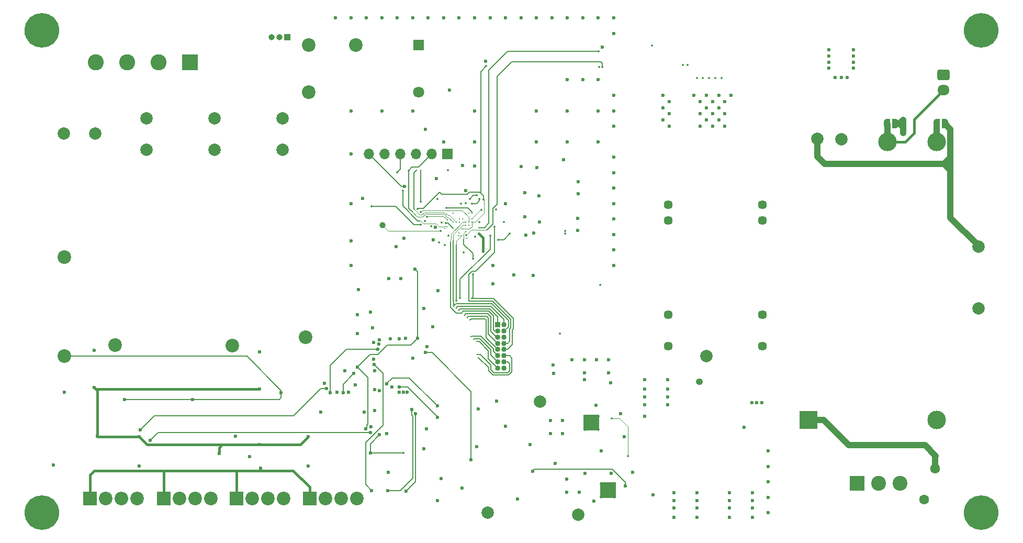
<source format=gbr>
%TF.GenerationSoftware,KiCad,Pcbnew,8.0.1*%
%TF.CreationDate,2024-06-09T19:14:09+02:00*%
%TF.ProjectId,daqIONA,64617149-4f4e-4412-9e6b-696361645f70,rev?*%
%TF.SameCoordinates,Original*%
%TF.FileFunction,Copper,L6,Bot*%
%TF.FilePolarity,Positive*%
%FSLAX46Y46*%
G04 Gerber Fmt 4.6, Leading zero omitted, Abs format (unit mm)*
G04 Created by KiCad (PCBNEW 8.0.1) date 2024-06-09 19:14:09*
%MOMM*%
%LPD*%
G01*
G04 APERTURE LIST*
G04 Aperture macros list*
%AMRoundRect*
0 Rectangle with rounded corners*
0 $1 Rounding radius*
0 $2 $3 $4 $5 $6 $7 $8 $9 X,Y pos of 4 corners*
0 Add a 4 corners polygon primitive as box body*
4,1,4,$2,$3,$4,$5,$6,$7,$8,$9,$2,$3,0*
0 Add four circle primitives for the rounded corners*
1,1,$1+$1,$2,$3*
1,1,$1+$1,$4,$5*
1,1,$1+$1,$6,$7*
1,1,$1+$1,$8,$9*
0 Add four rect primitives between the rounded corners*
20,1,$1+$1,$2,$3,$4,$5,0*
20,1,$1+$1,$4,$5,$6,$7,0*
20,1,$1+$1,$6,$7,$8,$9,0*
20,1,$1+$1,$8,$9,$2,$3,0*%
%AMFreePoly0*
4,1,19,0.500000,-0.750000,0.000000,-0.750000,0.000000,-0.744911,-0.071157,-0.744911,-0.207708,-0.704816,-0.327430,-0.627875,-0.420627,-0.520320,-0.479746,-0.390866,-0.500000,-0.250000,-0.500000,0.250000,-0.479746,0.390866,-0.420627,0.520320,-0.327430,0.627875,-0.207708,0.704816,-0.071157,0.744911,0.000000,0.744911,0.000000,0.750000,0.500000,0.750000,0.500000,-0.750000,0.500000,-0.750000,
$1*%
%AMFreePoly1*
4,1,19,0.000000,0.744911,0.071157,0.744911,0.207708,0.704816,0.327430,0.627875,0.420627,0.520320,0.479746,0.390866,0.500000,0.250000,0.500000,-0.250000,0.479746,-0.390866,0.420627,-0.520320,0.327430,-0.627875,0.207708,-0.704816,0.071157,-0.744911,0.000000,-0.744911,0.000000,-0.750000,-0.500000,-0.750000,-0.500000,0.750000,0.000000,0.750000,0.000000,0.744911,0.000000,0.744911,
$1*%
G04 Aperture macros list end*
%TA.AperFunction,ComponentPad*%
%ADD10C,2.200000*%
%TD*%
%TA.AperFunction,ComponentPad*%
%ADD11R,2.200000X2.200000*%
%TD*%
%TA.AperFunction,ComponentPad*%
%ADD12O,2.200000X2.200000*%
%TD*%
%TA.AperFunction,ComponentPad*%
%ADD13C,2.000000*%
%TD*%
%TA.AperFunction,ComponentPad*%
%ADD14C,5.600000*%
%TD*%
%TA.AperFunction,ComponentPad*%
%ADD15R,2.600000X2.600000*%
%TD*%
%TA.AperFunction,ComponentPad*%
%ADD16C,2.600000*%
%TD*%
%TA.AperFunction,ComponentPad*%
%ADD17C,1.600000*%
%TD*%
%TA.AperFunction,ComponentPad*%
%ADD18R,1.000000X1.000000*%
%TD*%
%TA.AperFunction,ComponentPad*%
%ADD19O,1.000000X1.000000*%
%TD*%
%TA.AperFunction,ComponentPad*%
%ADD20R,3.000000X3.000000*%
%TD*%
%TA.AperFunction,ComponentPad*%
%ADD21C,3.000000*%
%TD*%
%TA.AperFunction,HeatsinkPad*%
%ADD22C,0.500000*%
%TD*%
%TA.AperFunction,HeatsinkPad*%
%ADD23R,2.600000X2.600000*%
%TD*%
%TA.AperFunction,ComponentPad*%
%ADD24R,0.850000X0.850000*%
%TD*%
%TA.AperFunction,ComponentPad*%
%ADD25O,0.850000X0.850000*%
%TD*%
%TA.AperFunction,ComponentPad*%
%ADD26RoundRect,0.250000X-0.725000X0.600000X-0.725000X-0.600000X0.725000X-0.600000X0.725000X0.600000X0*%
%TD*%
%TA.AperFunction,ComponentPad*%
%ADD27O,1.950000X1.700000*%
%TD*%
%TA.AperFunction,ComponentPad*%
%ADD28R,1.700000X1.700000*%
%TD*%
%TA.AperFunction,ComponentPad*%
%ADD29O,1.700000X1.700000*%
%TD*%
%TA.AperFunction,ComponentPad*%
%ADD30C,1.447800*%
%TD*%
%TA.AperFunction,ComponentPad*%
%ADD31R,2.400000X2.400000*%
%TD*%
%TA.AperFunction,ComponentPad*%
%ADD32C,2.400000*%
%TD*%
%TA.AperFunction,ComponentPad*%
%ADD33R,1.800000X1.800000*%
%TD*%
%TA.AperFunction,ComponentPad*%
%ADD34C,1.800000*%
%TD*%
%TA.AperFunction,SMDPad,CuDef*%
%ADD35FreePoly0,0.000000*%
%TD*%
%TA.AperFunction,SMDPad,CuDef*%
%ADD36FreePoly1,0.000000*%
%TD*%
%TA.AperFunction,SMDPad,CuDef*%
%ADD37C,1.000000*%
%TD*%
%TA.AperFunction,ViaPad*%
%ADD38C,0.600000*%
%TD*%
%TA.AperFunction,ViaPad*%
%ADD39C,0.350000*%
%TD*%
%TA.AperFunction,ViaPad*%
%ADD40C,0.250000*%
%TD*%
%TA.AperFunction,Conductor*%
%ADD41C,0.100000*%
%TD*%
%TA.AperFunction,Conductor*%
%ADD42C,0.200000*%
%TD*%
%TA.AperFunction,Conductor*%
%ADD43C,1.000000*%
%TD*%
%TA.AperFunction,Conductor*%
%ADD44C,0.400000*%
%TD*%
G04 APERTURE END LIST*
D10*
%TO.P,TP8,1,1*%
%TO.N,/(2) Front End/L2_LV*%
X95440000Y-133200000D03*
%TD*%
D11*
%TO.P,J4,1,Pin_1*%
%TO.N,/(2) Front End/Ext5V*%
X72400000Y-157900000D03*
D10*
%TO.P,J4,2,Pin_2*%
%TO.N,Net-(J4-Pin_2)*%
X74940000Y-157900000D03*
D12*
%TO.P,J4,3,Pin_3*%
%TO.N,GND3*%
X77480000Y-157900000D03*
D10*
%TO.P,J4,4,Pin_4*%
%TO.N,PE*%
X80020000Y-157900000D03*
%TD*%
D13*
%TO.P,TP4,1,1*%
%TO.N,+1V1*%
X145160000Y-142220000D03*
%TD*%
D14*
%TO.P,H4,1,1*%
%TO.N,PE*%
X216600000Y-82200000D03*
%TD*%
D10*
%TO.P,TP9,1,1*%
%TO.N,/(2) Front End/L3_LV*%
X76440000Y-133100000D03*
%TD*%
D13*
%TO.P,F4,1*%
%TO.N,/(2) Front End/L3*%
X81540000Y-96460000D03*
%TO.P,F4,2*%
%TO.N,Net-(C25-Pad1)*%
X81540000Y-101540000D03*
%TD*%
%TO.P,F5,1*%
%TO.N,Net-(F5-Pad1)*%
X68100000Y-98900000D03*
%TO.P,F5,2*%
%TO.N,/(2) Front End/N*%
X73180000Y-98900000D03*
%TD*%
%TO.P,TP6,1,1*%
%TO.N,+3V3*%
X151350000Y-160520000D03*
%TD*%
D11*
%TO.P,J6,1,Pin_1*%
%TO.N,/(2) Front End/Ext5V*%
X84285000Y-157900000D03*
D10*
%TO.P,J6,2,Pin_2*%
%TO.N,Net-(J6-Pin_2)*%
X86825000Y-157900000D03*
%TO.P,J6,3,Pin_3*%
%TO.N,GND3*%
X89365000Y-157900000D03*
%TO.P,J6,4,Pin_4*%
%TO.N,PE*%
X91905000Y-157900000D03*
%TD*%
D14*
%TO.P,H3,1,1*%
%TO.N,PE*%
X216600000Y-160200000D03*
%TD*%
D10*
%TO.P,TP7,1,1*%
%TO.N,/(2) Front End/L1_LV*%
X107250000Y-131800000D03*
%TD*%
D15*
%TO.P,J3,1,Pin_1*%
%TO.N,/(2) Front End/L1*%
X88560000Y-87360000D03*
D16*
%TO.P,J3,2,Pin_2*%
%TO.N,/(2) Front End/L2*%
X83480000Y-87360000D03*
%TO.P,J3,3,Pin_3*%
%TO.N,/(2) Front End/L3*%
X78400000Y-87360000D03*
%TO.P,J3,4,Pin_4*%
%TO.N,/(2) Front End/N*%
X73320000Y-87360000D03*
%TD*%
D13*
%TO.P,F3,1*%
%TO.N,/(2) Front End/L2*%
X92540000Y-96460000D03*
%TO.P,F3,2*%
%TO.N,Net-(C23-Pad1)*%
X92540000Y-101540000D03*
%TD*%
D14*
%TO.P,H2,1,1*%
%TO.N,PE*%
X64600000Y-82200000D03*
%TD*%
D17*
%TO.P,RV1,1*%
%TO.N,Net-(J1-Pin_3)*%
X207337500Y-158080000D03*
%TO.P,RV1,2*%
%TO.N,Net-(U1-AC{slash}L)*%
X209137500Y-153080000D03*
%TD*%
D18*
%TO.P,J5,1,Pin_1*%
%TO.N,Net-(J5-Pin_1)*%
X104300000Y-83300000D03*
D19*
%TO.P,J5,2,Pin_2*%
%TO.N,Net-(J5-Pin_2)*%
X103030000Y-83300000D03*
%TO.P,J5,3,Pin_3*%
%TO.N,Net-(J5-Pin_3)*%
X101760000Y-83300000D03*
%TD*%
D20*
%TO.P,U1,1,AC/L*%
%TO.N,Net-(U1-AC{slash}L)*%
X188587500Y-145230000D03*
D21*
%TO.P,U1,2,AC/N*%
%TO.N,Net-(J1-Pin_3)*%
X209387500Y-145230000D03*
%TO.P,U1,3,-Vo*%
%TO.N,GND2*%
X209387500Y-100230000D03*
%TO.P,U1,4,+Vo*%
%TO.N,/(1) Power Supply/5V_PSU*%
X201387500Y-100230000D03*
%TD*%
D22*
%TO.P,U4,21*%
%TO.N,GND3*%
X155110000Y-157630000D03*
X157210000Y-157630000D03*
D23*
%TO.N,N/C*%
X156160000Y-156580000D03*
D22*
%TO.N,GND3*%
X155110000Y-155530000D03*
X157210000Y-155530000D03*
%TD*%
D24*
%TO.P,J13,1,Pin_1*%
%TO.N,DOUT0*%
X138350000Y-129800000D03*
D25*
%TO.P,J13,2,Pin_2*%
%TO.N,DCLK*%
X139350000Y-129800000D03*
%TO.P,J13,3,Pin_3*%
%TO.N,DOUT1*%
X138350000Y-130800000D03*
%TO.P,J13,4,Pin_4*%
%TO.N,~{DRDY}*%
X139350000Y-130800000D03*
%TO.P,J13,5,Pin_5*%
%TO.N,DOUT2*%
X138350000Y-131800000D03*
%TO.P,J13,6,Pin_6*%
%TO.N,GND3*%
X139350000Y-131800000D03*
%TO.P,J13,7,Pin_7*%
%TO.N,DOUT3*%
X138350000Y-132800000D03*
%TO.P,J13,8,Pin_8*%
%TO.N,SCLK*%
X139350000Y-132800000D03*
%TO.P,J13,9,Pin_9*%
%TO.N,DOUT4*%
X138350000Y-133800000D03*
%TO.P,J13,10,Pin_10*%
%TO.N,~{SCS}*%
X139350000Y-133800000D03*
%TO.P,J13,11,Pin_11*%
%TO.N,DOUT5*%
X138350000Y-134800000D03*
%TO.P,J13,12,Pin_12*%
%TO.N,SDI*%
X139350000Y-134800000D03*
%TO.P,J13,13,Pin_13*%
%TO.N,DOUT6*%
X138350000Y-135800000D03*
%TO.P,J13,14,Pin_14*%
%TO.N,SDO*%
X139350000Y-135800000D03*
%TO.P,J13,15,Pin_15*%
%TO.N,DOUT7*%
X138350000Y-136800000D03*
%TO.P,J13,16,Pin_16*%
%TO.N,GND3*%
X139350000Y-136800000D03*
%TD*%
D10*
%TO.P,TP11,1,1*%
%TO.N,GNDS*%
X68240000Y-134900000D03*
%TD*%
%TO.P,TP10,1,1*%
%TO.N,/(2) Front End/N_LV*%
X68240000Y-118900000D03*
%TD*%
D13*
%TO.P,C6,1*%
%TO.N,GND*%
X216100000Y-117160000D03*
%TO.P,C6,2*%
%TO.N,GND3*%
X216100000Y-127160000D03*
%TD*%
D11*
%TO.P,J7,1,Pin_1*%
%TO.N,/(2) Front End/Ext5V*%
X96100000Y-157900000D03*
D10*
%TO.P,J7,2,Pin_2*%
%TO.N,Net-(J7-Pin_2)*%
X98640000Y-157900000D03*
%TO.P,J7,3,Pin_3*%
%TO.N,GND3*%
X101180000Y-157900000D03*
%TO.P,J7,4,Pin_4*%
%TO.N,PE*%
X103720000Y-157900000D03*
%TD*%
D26*
%TO.P,J2,1,Pin_1*%
%TO.N,GND*%
X210420000Y-89380000D03*
D27*
%TO.P,J2,2,Pin_2*%
%TO.N,/(1) Power Supply/5V_PSU*%
X210420000Y-91880000D03*
%TD*%
D14*
%TO.P,H1,1,1*%
%TO.N,PE*%
X64600000Y-160200000D03*
%TD*%
D13*
%TO.P,F2,1*%
%TO.N,/(2) Front End/L1*%
X103540000Y-96460000D03*
%TO.P,F2,2*%
%TO.N,Net-(C21-Pad1)*%
X103540000Y-101540000D03*
%TD*%
%TO.P,TP5,1,1*%
%TO.N,GND3*%
X136730000Y-160180000D03*
%TD*%
D28*
%TO.P,J9,1,Pin_1*%
%TO.N,GND3*%
X130180000Y-102200000D03*
D29*
%TO.P,J9,2,Pin_2*%
%TO.N,/(4) FPGA/FPGA_TMS*%
X127640000Y-102200000D03*
%TO.P,J9,3,Pin_3*%
%TO.N,/(4) FPGA/FPGA_TDO*%
X125100000Y-102200000D03*
%TO.P,J9,4,Pin_4*%
%TO.N,/(4) FPGA/FPGA_TDI*%
X122560000Y-102200000D03*
%TO.P,J9,5,Pin_5*%
%TO.N,/(4) FPGA/FPGA_TCK*%
X120020000Y-102200000D03*
%TO.P,J9,6,Pin_6*%
%TO.N,+3V3*%
X117480000Y-102200000D03*
%TD*%
D22*
%TO.P,U3,21*%
%TO.N,GND3*%
X152465000Y-146690000D03*
X154565000Y-146690000D03*
D23*
%TO.N,N/C*%
X153515000Y-145640000D03*
D22*
%TO.N,GND3*%
X152465000Y-144590000D03*
X154565000Y-144590000D03*
%TD*%
D30*
%TO.P,U2,2,Vi-*%
%TO.N,GND*%
X165960000Y-110419601D03*
%TO.P,U2,3,Vi-*%
X165960000Y-112959601D03*
%TO.P,U2,9*%
%TO.N,N/C*%
X165960000Y-128199601D03*
%TO.P,U2,11*%
X165960000Y-133279601D03*
%TO.P,U2,14,+Vo*%
%TO.N,Net-(JP3-A)*%
X181200000Y-133279601D03*
%TO.P,U2,16,-Vo*%
%TO.N,Net-(JP4-A)*%
X181200000Y-128199601D03*
%TO.P,U2,22,Vi+*%
%TO.N,+5V*%
X181200000Y-112959601D03*
%TO.P,U2,23,Vi+*%
X181200000Y-110419601D03*
%TD*%
D11*
%TO.P,J8,1,Pin_1*%
%TO.N,/(2) Front End/Ext5V*%
X107900000Y-157900000D03*
D10*
%TO.P,J8,2,Pin_2*%
%TO.N,Net-(J8-Pin_2)*%
X110440000Y-157900000D03*
%TO.P,J8,3,Pin_3*%
%TO.N,GND3*%
X112980000Y-157900000D03*
%TO.P,J8,4,Pin_4*%
%TO.N,PE*%
X115520000Y-157900000D03*
%TD*%
D31*
%TO.P,J1,1,Pin_1*%
%TO.N,Net-(J1-Pin_1)*%
X196470000Y-155430000D03*
D32*
%TO.P,J1,2,Pin_2*%
%TO.N,PE*%
X199970000Y-155430000D03*
%TO.P,J1,3,Pin_3*%
%TO.N,Net-(J1-Pin_3)*%
X203470000Y-155430000D03*
%TD*%
D10*
%TO.P,K1,11*%
%TO.N,Net-(J5-Pin_2)*%
X115387500Y-84542500D03*
%TO.P,K1,12*%
%TO.N,Net-(J5-Pin_3)*%
X107767500Y-92162500D03*
%TO.P,K1,14*%
%TO.N,Net-(J5-Pin_1)*%
X107767500Y-84542500D03*
D33*
%TO.P,K1,A1*%
%TO.N,+5VA*%
X125547500Y-84542500D03*
D34*
%TO.P,K1,A2*%
%TO.N,Net-(D7-A)*%
X125547500Y-92162500D03*
%TD*%
D35*
%TO.P,JP2,1,A*%
%TO.N,GND2*%
X209387500Y-97280000D03*
D36*
%TO.P,JP2,2,B*%
%TO.N,GND*%
X210687500Y-97280000D03*
%TD*%
D13*
%TO.P,TP2,1,1*%
%TO.N,GND*%
X190087500Y-99730000D03*
%TD*%
D35*
%TO.P,JP1,1,A*%
%TO.N,/(1) Power Supply/5V_PSU*%
X201337500Y-97280000D03*
D36*
%TO.P,JP1,2,B*%
%TO.N,Net-(JP1-B)*%
X202637500Y-97280000D03*
%TD*%
D37*
%TO.P,TP14,1,1*%
%TO.N,Net-(U13C-GPIOL_21_NSTATUS)*%
X119710000Y-113720000D03*
%TD*%
D13*
%TO.P,TP3,1,1*%
%TO.N,Net-(D2-A)*%
X172100000Y-134880000D03*
%TD*%
%TO.P,TP1,1,1*%
%TO.N,Net-(D1-A)*%
X193987500Y-99780000D03*
%TD*%
D38*
%TO.N,GND3*%
X156600000Y-139200000D03*
X147600000Y-152200000D03*
X143600000Y-149200000D03*
X139600000Y-146200000D03*
X132600000Y-156200000D03*
X128600000Y-158200000D03*
X113600000Y-137200000D03*
X115600000Y-131200000D03*
X115600000Y-128200000D03*
X114600000Y-120200000D03*
X114600000Y-116200000D03*
X114600000Y-110200000D03*
X114600000Y-102200000D03*
X126600000Y-98200000D03*
X137600000Y-120200000D03*
X137600000Y-123200000D03*
X124600000Y-135200000D03*
X139600000Y-110200000D03*
X149600000Y-100200000D03*
X144600000Y-100200000D03*
X144600000Y-95200000D03*
X134600000Y-95200000D03*
X134600000Y-100200000D03*
X129600000Y-100200000D03*
X124600000Y-95200000D03*
X119600000Y-95200000D03*
X114600000Y-95200000D03*
X154600000Y-100200000D03*
X154600000Y-95200000D03*
X149600000Y-95200000D03*
X149600000Y-90200000D03*
X152100000Y-90200000D03*
X154600000Y-90200000D03*
X182100000Y-150200000D03*
X182100000Y-152700000D03*
X182100000Y-157700000D03*
X182100000Y-155200000D03*
X182100000Y-160200000D03*
X157100000Y-120200000D03*
X157100000Y-117700000D03*
X157100000Y-115200000D03*
X157100000Y-112700000D03*
X157100000Y-110200000D03*
X157100000Y-107700000D03*
X157100000Y-105200000D03*
X157100000Y-102700000D03*
X157100000Y-97700000D03*
X157100000Y-95200000D03*
X157100000Y-92700000D03*
X157100000Y-82700000D03*
X157100000Y-80200000D03*
X112100000Y-80200000D03*
X114600000Y-80200000D03*
X117100000Y-80200000D03*
X119600000Y-80200000D03*
X122100000Y-80200000D03*
X124600000Y-80200000D03*
X127100000Y-80200000D03*
X132100000Y-80200000D03*
X129600000Y-80200000D03*
X134600000Y-80200000D03*
X137100000Y-80200000D03*
X142100000Y-80200000D03*
X139600000Y-80200000D03*
X144600000Y-80200000D03*
X149600000Y-80200000D03*
X147100000Y-80200000D03*
X152100000Y-80200000D03*
X154600000Y-80200000D03*
D39*
%TO.N,GND*%
X172545000Y-89880000D03*
D38*
X171100000Y-97700000D03*
X195920000Y-85330000D03*
X175100000Y-93700000D03*
D39*
X171545000Y-89880000D03*
D38*
X195920000Y-87330000D03*
X192920000Y-89830000D03*
X166100000Y-95700000D03*
X172100000Y-94700000D03*
X191920000Y-88330000D03*
D39*
X170545000Y-89880000D03*
D38*
X191920000Y-86330000D03*
X174100000Y-92700000D03*
X174100000Y-94700000D03*
X176100000Y-92700000D03*
X166100000Y-93700000D03*
X195920000Y-86330000D03*
X165100000Y-92700000D03*
X174100000Y-96700000D03*
X175100000Y-97700000D03*
X173100000Y-95700000D03*
X165100000Y-94700000D03*
D39*
X174545000Y-89880000D03*
D38*
X166100000Y-97700000D03*
X173100000Y-93700000D03*
X175100000Y-95700000D03*
X171100000Y-95700000D03*
X173100000Y-97700000D03*
X193920000Y-89830000D03*
X170100000Y-92700000D03*
X172100000Y-92700000D03*
X195920000Y-88330000D03*
D39*
X169060000Y-87800000D03*
X168330000Y-87760000D03*
D38*
X191920000Y-85330000D03*
X172100000Y-96700000D03*
X194920000Y-89830000D03*
X171100000Y-93700000D03*
D39*
X163340000Y-84640000D03*
X173545000Y-89880000D03*
D38*
X191920000Y-87330000D03*
X165100000Y-96700000D03*
%TO.N,Net-(D2-A)*%
X170950000Y-139000000D03*
%TO.N,GND3*%
X119200000Y-140420000D03*
X175850000Y-156950000D03*
X136340000Y-87190000D03*
X66450000Y-152450000D03*
X166850000Y-159450000D03*
D40*
X133322284Y-115840455D03*
D38*
X118300000Y-132650000D03*
X144075000Y-121797500D03*
X123062500Y-140700000D03*
X99790000Y-134200000D03*
X119200000Y-132200000D03*
X165850000Y-142700000D03*
X179440000Y-142430000D03*
X175850000Y-158200000D03*
X181100000Y-142430000D03*
X151290000Y-114530000D03*
X118410000Y-140270000D03*
D39*
X130300000Y-104810000D03*
D38*
X162100000Y-141450000D03*
X178210000Y-146420000D03*
X152380000Y-135470000D03*
X165850000Y-141450000D03*
X95900000Y-147850000D03*
X68250000Y-140700000D03*
X110340000Y-139240000D03*
X160130000Y-153680000D03*
X127950000Y-116030000D03*
D40*
X133650000Y-111720000D03*
D39*
X127567021Y-113860000D03*
D38*
X130500000Y-91830000D03*
X135200000Y-143450000D03*
X179600000Y-159450000D03*
X114190000Y-140710000D03*
X141560000Y-158000000D03*
X121900000Y-117200000D03*
X151320000Y-112590000D03*
D39*
X154739997Y-88090000D03*
D38*
X127840000Y-130140000D03*
X123390045Y-132009955D03*
X119067718Y-132956806D03*
X118100000Y-130330000D03*
X120962500Y-132100000D03*
X132650000Y-104080000D03*
X144190000Y-114990000D03*
X122412500Y-132050000D03*
X118440000Y-143690000D03*
D40*
X132150000Y-112720000D03*
D38*
X126400000Y-127200000D03*
D39*
X130335000Y-115427191D03*
D38*
X80300000Y-152680000D03*
X121200000Y-139870000D03*
X123190000Y-115840000D03*
X179600000Y-156950000D03*
X154235000Y-142820000D03*
X166850000Y-160950000D03*
X156660000Y-153790000D03*
X162100000Y-138700000D03*
X116750000Y-143900000D03*
X118462500Y-137200000D03*
X151350000Y-108650000D03*
X154340000Y-135460000D03*
X122700000Y-122300000D03*
X175850000Y-160950000D03*
X179600000Y-158200000D03*
X134950000Y-149550000D03*
X98200000Y-151150000D03*
X148860000Y-147400000D03*
X162100000Y-140200000D03*
X120700000Y-122300000D03*
D40*
X132094841Y-114990044D03*
D38*
X175850000Y-159450000D03*
X115330000Y-139550000D03*
D39*
X154901250Y-123320000D03*
D38*
X123712500Y-140700000D03*
X179600000Y-160950000D03*
X73090000Y-133962500D03*
X166850000Y-158200000D03*
X145100000Y-113210000D03*
X163500000Y-157340000D03*
X109750000Y-143900000D03*
X117840000Y-146280000D03*
X156290000Y-135480000D03*
X170600000Y-158200000D03*
X129212500Y-154700000D03*
D39*
X132360000Y-110240000D03*
D38*
X162100000Y-142700000D03*
X170600000Y-159450000D03*
X152470000Y-153810000D03*
X117750000Y-127750000D03*
X158200000Y-144210000D03*
X149530000Y-154790000D03*
X165850000Y-138700000D03*
X180230000Y-142430000D03*
X134620000Y-104090000D03*
X170600000Y-160950000D03*
X145000000Y-108940000D03*
X144650000Y-104410000D03*
X107700000Y-152680000D03*
X155248750Y-84950000D03*
D40*
X129798332Y-114212858D03*
D38*
X170600000Y-156950000D03*
X166850000Y-156950000D03*
X152375000Y-138650000D03*
D39*
X134701455Y-115579007D03*
D38*
X150390000Y-135470000D03*
X128650000Y-124256250D03*
X120600000Y-153650000D03*
X151370000Y-106690000D03*
X118250000Y-135400000D03*
X122412500Y-140700000D03*
X120362500Y-147400000D03*
X112300000Y-140710000D03*
X147290000Y-136340000D03*
D40*
X131150000Y-111720000D03*
D38*
X146890000Y-147420000D03*
X126860000Y-133340000D03*
X165850000Y-140200000D03*
X128385000Y-106127024D03*
%TO.N,+5VA*%
X73552500Y-147850000D03*
X80300000Y-147920000D03*
X162120000Y-144620000D03*
X93250000Y-150625000D03*
X107700000Y-147920000D03*
X99790000Y-140200000D03*
X99825000Y-149200000D03*
X158855000Y-147885000D03*
X73090000Y-139962500D03*
X138180000Y-142150000D03*
D40*
%TO.N,+1V1*%
X131971359Y-115424984D03*
D38*
X133130000Y-108130000D03*
D39*
X133150000Y-110150000D03*
D40*
X132150000Y-113220000D03*
D38*
X128220000Y-114060000D03*
X146900000Y-145310000D03*
X148850000Y-145310000D03*
D40*
X132650000Y-112720000D03*
D38*
X148990000Y-103090000D03*
D39*
%TO.N,+3V3*%
X135260000Y-115020000D03*
D38*
X115800000Y-124150000D03*
X126840000Y-146660000D03*
X156290000Y-137567500D03*
D39*
X128620000Y-109480000D03*
D38*
X142700000Y-112340000D03*
X142900000Y-115340000D03*
D39*
X148391250Y-131232500D03*
X130050000Y-110910000D03*
D38*
X116450000Y-109400000D03*
X147380000Y-137660000D03*
D39*
X129960000Y-113330000D03*
D38*
X126430000Y-149860000D03*
X123275000Y-107450000D03*
X142730000Y-108430000D03*
X151510000Y-156900000D03*
X155050000Y-150150000D03*
X152370000Y-137567500D03*
D40*
X134150000Y-111720000D03*
D38*
X149540000Y-156920000D03*
D40*
X131150000Y-114210000D03*
D38*
X142110000Y-104230000D03*
D39*
X135990000Y-117960000D03*
D38*
X153940000Y-158290000D03*
X140962500Y-121700000D03*
%TO.N,VREF*%
X128562500Y-144750000D03*
X122395837Y-139900171D03*
%TO.N,AVDD*%
X128550000Y-142900000D03*
X115050000Y-137700000D03*
X120400000Y-139320000D03*
X113350000Y-140750000D03*
%TO.N,GNDS*%
X77950000Y-141850000D03*
X88950000Y-141850000D03*
X103260000Y-140750000D03*
%TO.N,IODD*%
X117750000Y-150550000D03*
X117021638Y-146600000D03*
X125400000Y-131994933D03*
X115650000Y-136650000D03*
X119209648Y-147600000D03*
X124962500Y-120825000D03*
D39*
X123120000Y-150550000D03*
D38*
%TO.N,Net-(U11-REGCAPB)*%
X111250000Y-140750000D03*
X118918299Y-133742731D03*
%TO.N,/(2) Front End/Ext5V*%
X99950000Y-153000000D03*
D39*
%TO.N,/(4) FPGA/VCCA*%
X129760000Y-116890000D03*
X149240000Y-114630000D03*
X149240000Y-115080000D03*
%TO.N,/(4) FPGA/FPGA_TMS*%
X123929124Y-104850876D03*
D40*
X131150000Y-113220000D03*
%TO.N,/(4) FPGA/FPGA_TCK*%
X131660000Y-113220000D03*
X125207322Y-104788364D03*
%TO.N,/(4) FPGA/FPGA_TDI*%
X130140000Y-113920000D03*
D39*
X122070000Y-105170000D03*
X123010979Y-108071226D03*
D40*
%TO.N,/(4) FPGA/FPGA_TDO*%
X125860000Y-104840000D03*
X130219834Y-112820166D03*
D39*
X126880000Y-112360000D03*
X125870000Y-109870000D03*
D40*
%TO.N,SCLK*%
X133700000Y-125975000D03*
X134150000Y-113220000D03*
D39*
X137840000Y-113980000D03*
X136485000Y-87955000D03*
X136035000Y-109590000D03*
X125341041Y-111035000D03*
D40*
X132566817Y-114303008D03*
D38*
%TO.N,I2_sense*%
X117762500Y-147200000D03*
X82100000Y-148500000D03*
%TO.N,I1_sense*%
X80500000Y-146800000D03*
X110600000Y-140100000D03*
%TO.N,Net-(JP14-C)*%
X118303215Y-136198231D03*
X117950000Y-156650000D03*
%TO.N,/(3) ADC/MODE0*%
X124400000Y-143500000D03*
X120550000Y-156650000D03*
%TO.N,Net-(U11-~{RESET})*%
X134050000Y-151600000D03*
X126620000Y-134300000D03*
%TO.N,/(3) ADC/MODE1*%
X123550000Y-156700000D03*
X125000000Y-144185997D03*
%TO.N,/(1) Power Supply/PG*%
X158971416Y-155850559D03*
X143990000Y-153480000D03*
D39*
%TO.N,/(1) Power Supply/PWR_EN*%
X159440000Y-151050000D03*
X156800000Y-144940000D03*
%TO.N,Net-(U13C-GPIOL_21_NSTATUS)*%
X129070000Y-114617198D03*
D40*
%TO.N,DOUT5*%
X134025000Y-131750000D03*
%TO.N,DCLK*%
X131625000Y-127150000D03*
D39*
X131673932Y-125925000D03*
D40*
X132420000Y-115390000D03*
D39*
%TO.N,SDO*%
X132800000Y-118110000D03*
D40*
X135050000Y-134600000D03*
%TO.N,DOUT2*%
X132950000Y-128250000D03*
%TO.N,DOUT0*%
X132050000Y-127500000D03*
D39*
X132250000Y-125470000D03*
X137100165Y-115369835D03*
D40*
%TO.N,~{DRDY}*%
X131200000Y-126850000D03*
X133167253Y-113702747D03*
%TO.N,DOUT1*%
X133150000Y-113220000D03*
X132500000Y-127900000D03*
%TO.N,DOUT3*%
X133400000Y-128700000D03*
%TO.N,DOUT4*%
X133850000Y-129050000D03*
D39*
%TO.N,~{SCS}*%
X134350000Y-121650000D03*
X134339124Y-119149124D03*
D40*
X134125000Y-125550000D03*
X133150000Y-114720000D03*
D39*
%TO.N,SDI*%
X128830000Y-116510000D03*
X125888021Y-111581979D03*
D40*
X135200000Y-135100000D03*
X133650000Y-113220000D03*
%TO.N,DOUT7*%
X134950000Y-132500000D03*
%TO.N,DOUT6*%
X134450000Y-132150000D03*
D39*
%TO.N,/(4) FPGA/FPGA_SS*%
X135400000Y-113210000D03*
X126521041Y-113010000D03*
X129240000Y-113260000D03*
X125870000Y-113640000D03*
X117900000Y-110690000D03*
%TO.N,/(4) FPGA/FPGA~{LD1}*%
X134150000Y-110200000D03*
X135400000Y-109440000D03*
%TO.N,/(4) FPGA/FPGA~{LD2}*%
X133853149Y-109435000D03*
X134930000Y-108900000D03*
%TO.N,/(4) FPGA/CDONE*%
X139360000Y-113205000D03*
D40*
X134150000Y-112720000D03*
D39*
X135710000Y-111230000D03*
X138050000Y-111160000D03*
D38*
%TO.N,Net-(JP1-B)*%
X203937500Y-97380000D03*
X203937500Y-98080000D03*
X203937500Y-98780000D03*
X203937500Y-96680000D03*
D39*
%TO.N,/(4) FPGA/MOSI*%
X155290000Y-88090000D03*
X133255000Y-115345000D03*
D40*
X133650000Y-113720000D03*
D39*
%TO.N,/(4) FPGA/CS*%
X140250000Y-115080000D03*
X138445000Y-116030000D03*
%TO.N,/(4) FPGA/MISO*%
X154640000Y-85550000D03*
D40*
X135295000Y-114095000D03*
%TD*%
D41*
%TO.N,SCLK*%
X133766992Y-114303008D02*
X134150000Y-113920000D01*
X134150000Y-113920000D02*
X134150000Y-113220000D01*
X132566817Y-114303008D02*
X133766992Y-114303008D01*
%TO.N,~{DRDY}*%
X131090000Y-115249669D02*
X131090000Y-116140000D01*
X132636922Y-113702747D02*
X131090000Y-115249669D01*
X133167253Y-113702747D02*
X132636922Y-113702747D01*
%TO.N,DOUT1*%
X130760000Y-115975025D02*
X130760000Y-115155405D01*
X130760000Y-115155405D02*
X132695405Y-113220000D01*
X132695405Y-113220000D02*
X133150000Y-113220000D01*
X130690000Y-116045025D02*
X130760000Y-115975025D01*
X130690000Y-116370000D02*
X130690000Y-116045025D01*
D42*
%TO.N,AVDD*%
X124050000Y-138400000D02*
X128550000Y-142900000D01*
X121290000Y-138400000D02*
X124050000Y-138400000D01*
X120400000Y-139290000D02*
X121290000Y-138400000D01*
X120400000Y-139320000D02*
X120400000Y-139290000D01*
D41*
%TO.N,SDI*%
X133650000Y-112380000D02*
X133650000Y-113220000D01*
X132605000Y-111335000D02*
X133650000Y-112380000D01*
X125888021Y-111581979D02*
X126135000Y-111335000D01*
X126135000Y-111335000D02*
X132605000Y-111335000D01*
D43*
%TO.N,GND*%
X216100000Y-117040000D02*
X211587500Y-112527500D01*
X210587500Y-103780000D02*
X211487500Y-102880000D01*
X211587500Y-104780000D02*
X211587500Y-104820000D01*
X210587500Y-103780000D02*
X211587500Y-104780000D01*
X211487500Y-102830000D02*
X211587500Y-102730000D01*
X211587500Y-104820000D02*
X211587500Y-98180000D01*
X211587500Y-102730000D02*
X211587500Y-98180000D01*
X191237500Y-103780000D02*
X210587500Y-103780000D01*
X190087500Y-102630000D02*
X191237500Y-103780000D01*
X211487500Y-102880000D02*
X211487500Y-102830000D01*
X190087500Y-99730000D02*
X190087500Y-102630000D01*
X211587500Y-112527500D02*
X211587500Y-104820000D01*
X216100000Y-117160000D02*
X216100000Y-117040000D01*
X211587500Y-98180000D02*
X210687500Y-97280000D01*
%TO.N,Net-(D2-A)*%
X170950000Y-139000000D02*
X170970000Y-138980000D01*
D44*
%TO.N,+5VA*%
X73327500Y-140200000D02*
X73090000Y-139962500D01*
X93725000Y-149200000D02*
X93275000Y-149650000D01*
X99790000Y-140200000D02*
X73327500Y-140200000D01*
X93725000Y-149200000D02*
X99825000Y-149200000D01*
X93275000Y-150600000D02*
X93250000Y-150625000D01*
X106420000Y-149200000D02*
X107700000Y-147920000D01*
X73552500Y-140425000D02*
X73090000Y-139962500D01*
X73622500Y-147920000D02*
X73552500Y-147850000D01*
X80300000Y-147920000D02*
X73622500Y-147920000D01*
X99825000Y-149200000D02*
X106420000Y-149200000D01*
X73552500Y-147850000D02*
X73552500Y-140425000D01*
X80300000Y-147920000D02*
X81580000Y-149200000D01*
X81580000Y-149200000D02*
X93725000Y-149200000D01*
X93275000Y-149650000D02*
X93275000Y-150600000D01*
D42*
%TO.N,+3V3*%
X123275000Y-107450000D02*
X122730000Y-107450000D01*
X131150000Y-114210000D02*
X130270000Y-113330000D01*
X134150000Y-111720000D02*
X134150000Y-111578579D01*
D44*
X135990000Y-115750000D02*
X135260000Y-115020000D01*
D42*
X122730000Y-107450000D02*
X117480000Y-102200000D01*
D44*
X135990000Y-117960000D02*
X135990000Y-115750000D01*
D42*
X134150000Y-111578579D02*
X133481421Y-110910000D01*
X130270000Y-113330000D02*
X129960000Y-113330000D01*
X123275000Y-107445000D02*
X123275000Y-107450000D01*
X133481421Y-110910000D02*
X130050000Y-110910000D01*
%TO.N,VREF*%
X122396008Y-139900000D02*
X123761029Y-139900000D01*
X123761029Y-139900000D02*
X128562500Y-144701471D01*
X122395837Y-139900171D02*
X122396008Y-139900000D01*
X128562500Y-144701471D02*
X128562500Y-144750000D01*
%TO.N,AVDD*%
X115050000Y-137700000D02*
X113350000Y-139400000D01*
X113350000Y-139400000D02*
X113350000Y-140750000D01*
%TO.N,GNDS*%
X70170000Y-134900000D02*
X68240000Y-134900000D01*
X67650000Y-135740000D02*
X68240000Y-135150000D01*
X103260000Y-141570000D02*
X102980000Y-141850000D01*
X70390000Y-134900000D02*
X68240000Y-134900000D01*
X70760000Y-134900000D02*
X70390000Y-134900000D01*
X103260000Y-140420000D02*
X97740000Y-134900000D01*
X97740000Y-134900000D02*
X70760000Y-134900000D01*
X70670000Y-134900000D02*
X70760000Y-134900000D01*
X77950000Y-141850000D02*
X102980000Y-141850000D01*
X103260000Y-140750000D02*
X103260000Y-141570000D01*
X103260000Y-141570000D02*
X103260000Y-140420000D01*
%TO.N,IODD*%
X117021638Y-146600000D02*
X117162500Y-146459138D01*
X118900000Y-134650000D02*
X117650000Y-134650000D01*
X117350000Y-145863971D02*
X117350000Y-138350000D01*
X125400000Y-131994933D02*
X124294933Y-133100000D01*
X124962500Y-120825000D02*
X125400000Y-121262500D01*
X123120000Y-150550000D02*
X117750000Y-150550000D01*
X117350000Y-138350000D02*
X115650000Y-136650000D01*
X117650000Y-134650000D02*
X115650000Y-136650000D01*
X117750000Y-150550000D02*
X117750000Y-149059648D01*
X117162500Y-146459138D02*
X117162500Y-146051471D01*
X125400000Y-121262500D02*
X125400000Y-131994933D01*
X120450000Y-133100000D02*
X118900000Y-134650000D01*
X117162500Y-146051471D02*
X117350000Y-145863971D01*
X117750000Y-149059648D02*
X119209648Y-147600000D01*
X124294933Y-133100000D02*
X120450000Y-133100000D01*
%TO.N,Net-(U11-REGCAPB)*%
X118911030Y-133750000D02*
X118918299Y-133742731D01*
X111250000Y-140750000D02*
X111250000Y-136350000D01*
X111250000Y-136350000D02*
X113850000Y-133750000D01*
X113850000Y-133750000D02*
X118911030Y-133750000D01*
X118918299Y-133742731D02*
X118811030Y-133850000D01*
X118811030Y-133850000D02*
X118762500Y-133850000D01*
D44*
%TO.N,/(2) Front End/Ext5V*%
X84250000Y-153380000D02*
X96150000Y-153380000D01*
X96100000Y-157900000D02*
X96100000Y-153430000D01*
X99950000Y-153000000D02*
X99950000Y-153380000D01*
X107900000Y-157900000D02*
X107900000Y-156050000D01*
X72400000Y-154050000D02*
X73070000Y-153380000D01*
X84285000Y-157900000D02*
X84285000Y-153415000D01*
X105230000Y-153380000D02*
X99950000Y-153380000D01*
X99950000Y-153380000D02*
X96150000Y-153380000D01*
X96100000Y-153430000D02*
X96150000Y-153380000D01*
X107900000Y-156050000D02*
X105230000Y-153380000D01*
X84285000Y-153415000D02*
X84250000Y-153380000D01*
X72400000Y-157900000D02*
X72400000Y-154050000D01*
X73070000Y-153380000D02*
X84250000Y-153380000D01*
%TO.N,PE*%
X64600000Y-160200000D02*
X61950000Y-160200000D01*
X61950000Y-82800000D02*
X64600000Y-82800000D01*
X64600000Y-160200000D02*
X66200000Y-161800000D01*
D42*
%TO.N,/(4) FPGA/FPGA_TMS*%
X125500000Y-104340000D02*
X127640000Y-102200000D01*
X123929124Y-104850876D02*
X123929124Y-110949124D01*
X124440000Y-104340000D02*
X125500000Y-104340000D01*
D41*
X126560305Y-111935000D02*
X129660405Y-111935000D01*
X129660405Y-111935000D02*
X130120405Y-112395000D01*
D42*
X123929124Y-110949124D02*
X124570000Y-111590000D01*
D41*
X124570000Y-111600000D02*
X125276979Y-112306979D01*
X130120405Y-112395000D02*
X130325000Y-112395000D01*
X130325000Y-112395000D02*
X131150000Y-113220000D01*
D42*
X123929124Y-104850876D02*
X124440000Y-104340000D01*
X124570000Y-111590000D02*
X124570000Y-111600000D01*
D41*
X126188326Y-112306979D02*
X126560305Y-111935000D01*
X125276979Y-112306979D02*
X126188326Y-112306979D01*
D42*
%TO.N,/(4) FPGA/FPGA_TCK*%
X124790000Y-111085000D02*
X124870000Y-111165000D01*
D41*
X126064062Y-112006979D02*
X126436041Y-111635000D01*
D42*
X125207322Y-104788364D02*
X124790000Y-105205686D01*
D41*
X126436041Y-111635000D02*
X129784669Y-111635000D01*
X124870000Y-111165000D02*
X125711979Y-112006979D01*
X130244669Y-112095000D02*
X130555331Y-112095000D01*
X131660000Y-113199669D02*
X131660000Y-113220000D01*
X125711979Y-112006979D02*
X126064062Y-112006979D01*
D42*
X124790000Y-105205686D02*
X124790000Y-111085000D01*
D41*
X130555331Y-112095000D02*
X131660000Y-113199669D01*
X129784669Y-111635000D02*
X130244669Y-112095000D01*
D42*
%TO.N,/(4) FPGA/FPGA_TDI*%
X122560000Y-104680000D02*
X122560000Y-102200000D01*
D41*
X128770000Y-113870000D02*
X128770000Y-113832182D01*
X129540859Y-113940000D02*
X128840000Y-113940000D01*
X130140000Y-113920000D02*
X130057858Y-113837858D01*
D42*
X123010979Y-108071226D02*
X123010979Y-110606664D01*
D41*
X129643001Y-113837858D02*
X129540859Y-113940000D01*
D42*
X122070000Y-105170000D02*
X122560000Y-104680000D01*
X123010979Y-110606664D02*
X125414315Y-113010000D01*
D41*
X125841041Y-113010000D02*
X125790000Y-113010000D01*
X128840000Y-113940000D02*
X128770000Y-113870000D01*
X126266041Y-113435000D02*
X125841041Y-113010000D01*
X130057858Y-113837858D02*
X129643001Y-113837858D01*
X128770000Y-113832182D02*
X128372818Y-113435000D01*
X128372818Y-113435000D02*
X126266041Y-113435000D01*
D42*
X125414315Y-113010000D02*
X125790000Y-113010000D01*
D41*
%TO.N,/(4) FPGA/FPGA_TDO*%
X126880000Y-112310000D02*
X126955000Y-112235000D01*
X126955000Y-112235000D02*
X129536141Y-112235000D01*
X129996141Y-112695000D02*
X130094668Y-112695000D01*
D42*
X125860000Y-109860000D02*
X125870000Y-109870000D01*
X125860000Y-104840000D02*
X125860000Y-109860000D01*
D41*
X129536141Y-112235000D02*
X129996141Y-112695000D01*
X130094668Y-112695000D02*
X130219834Y-112820166D01*
D43*
%TO.N,GND2*%
X209387500Y-100230000D02*
X209637500Y-100230000D01*
X209387500Y-100230000D02*
X209387500Y-97280000D01*
D42*
%TO.N,SCLK*%
X125341041Y-111035000D02*
X125391041Y-110985000D01*
X135390000Y-108350000D02*
X135590000Y-108550000D01*
X140475000Y-128930885D02*
X140475000Y-130265990D01*
X137519115Y-125975000D02*
X140475000Y-128930885D01*
X136035000Y-109515000D02*
X136035000Y-108995000D01*
X125391041Y-110985000D02*
X126285000Y-110985000D01*
X126285000Y-110985000D02*
X128920000Y-108350000D01*
X140300000Y-130440990D02*
X140300000Y-132400000D01*
X128920000Y-108350000D02*
X129300000Y-108730000D01*
X133700000Y-125975000D02*
X137519115Y-125975000D01*
X133758529Y-108350000D02*
X135390000Y-108350000D01*
X136110000Y-109590000D02*
X136035000Y-109515000D01*
D41*
X136160000Y-111740331D02*
X134680331Y-113220000D01*
D42*
X134765000Y-121175000D02*
X134153248Y-121175000D01*
X140475000Y-130265990D02*
X140300000Y-130440990D01*
X137840000Y-118100000D02*
X134765000Y-121175000D01*
X136485000Y-87955000D02*
X135590000Y-88850000D01*
X129300000Y-108730000D02*
X133378529Y-108730000D01*
D41*
X136110000Y-109590000D02*
X136035000Y-109590000D01*
D42*
X136035000Y-108995000D02*
X135590000Y-108550000D01*
X134153248Y-121175000D02*
X133700000Y-121628248D01*
X133700000Y-121628248D02*
X133700000Y-125975000D01*
X135590000Y-88850000D02*
X135590000Y-108550000D01*
X133378529Y-108730000D02*
X133758529Y-108350000D01*
D41*
X136160000Y-109715000D02*
X136160000Y-111740331D01*
X136035000Y-109590000D02*
X136160000Y-109715000D01*
D42*
X140300000Y-132400000D02*
X139900000Y-132800000D01*
X139900000Y-132800000D02*
X139350000Y-132800000D01*
D41*
X134680331Y-113220000D02*
X134150000Y-113220000D01*
D42*
X137840000Y-113980000D02*
X137840000Y-118100000D01*
D43*
%TO.N,Net-(U1-AC{slash}L)*%
X195100000Y-149280000D02*
X207470000Y-149280000D01*
X207470000Y-149280000D02*
X209187500Y-150997500D01*
X209137500Y-151080000D02*
X209137500Y-153080000D01*
X188587500Y-145880000D02*
X188587500Y-145230000D01*
X188587500Y-145230000D02*
X191050000Y-145230000D01*
X191050000Y-145230000D02*
X195100000Y-149280000D01*
D42*
%TO.N,I2_sense*%
X117762500Y-147200000D02*
X83400000Y-147200000D01*
X83400000Y-147200000D02*
X82100000Y-148500000D01*
%TO.N,I1_sense*%
X109700000Y-140100000D02*
X110600000Y-140100000D01*
X80500000Y-146800000D02*
X82800000Y-144500000D01*
X105300000Y-144500000D02*
X109700000Y-140100000D01*
X82800000Y-144500000D02*
X105300000Y-144500000D01*
%TO.N,Net-(JP14-C)*%
X118309260Y-136198231D02*
X118303215Y-136198231D01*
X116950000Y-148861029D02*
X119800000Y-146011029D01*
X116950000Y-155650000D02*
X116950000Y-148861029D01*
X119800000Y-137688971D02*
X118309260Y-136198231D01*
X119800000Y-146011029D02*
X119800000Y-137688971D01*
X117950000Y-156650000D02*
X116950000Y-155650000D01*
%TO.N,/(3) ADC/MODE0*%
X124600000Y-154600000D02*
X124600000Y-144634526D01*
X120550000Y-156650000D02*
X122550000Y-156650000D01*
X124600000Y-144634526D02*
X124400000Y-144434526D01*
X122550000Y-156650000D02*
X124600000Y-154600000D01*
X124400000Y-144434526D02*
X124400000Y-143500000D01*
%TO.N,Net-(U11-~{RESET})*%
X126620000Y-134300000D02*
X127767777Y-134300000D01*
X127767777Y-134300000D02*
X134050000Y-140582223D01*
X134050000Y-140582223D02*
X134050000Y-151600000D01*
%TO.N,/(3) ADC/MODE1*%
X125050000Y-155200000D02*
X123550000Y-156700000D01*
X125000000Y-144185997D02*
X125050000Y-144235997D01*
X125050000Y-144235997D02*
X125050000Y-155200000D01*
%TO.N,/(1) Power Supply/PG*%
X158971416Y-155252887D02*
X158971416Y-155850559D01*
X143990000Y-153480000D02*
X144280000Y-153190000D01*
X156908529Y-153190000D02*
X158971416Y-155252887D01*
X144280000Y-153190000D02*
X156908529Y-153190000D01*
D41*
%TO.N,/(1) Power Supply/PWR_EN*%
X159450000Y-146310000D02*
X158080000Y-144940000D01*
X159450000Y-151040000D02*
X159450000Y-146310000D01*
X158080000Y-144940000D02*
X156800000Y-144940000D01*
X159440000Y-151050000D02*
X159450000Y-151040000D01*
%TO.N,Net-(U13C-GPIOL_21_NSTATUS)*%
X129070000Y-114617198D02*
X120607198Y-114617198D01*
X120607198Y-114617198D02*
X119710000Y-113720000D01*
D42*
%TO.N,DOUT5*%
X137625000Y-134100305D02*
X137625000Y-133665991D01*
X138324695Y-134800000D02*
X137625000Y-134100305D01*
X134100000Y-131675000D02*
X134025000Y-131750000D01*
X135634009Y-131675000D02*
X134100000Y-131675000D01*
X137625000Y-133665991D02*
X135634009Y-131675000D01*
X138350000Y-134800000D02*
X138324695Y-134800000D01*
D41*
%TO.N,DCLK*%
X131670000Y-116256674D02*
X132420000Y-115506674D01*
D42*
X131625000Y-127025000D02*
X131850000Y-126800000D01*
X131670000Y-125921068D02*
X131673932Y-125925000D01*
D41*
X131670000Y-116790000D02*
X131670000Y-116256674D01*
D42*
X137212744Y-126800000D02*
X139350000Y-128937256D01*
X139350000Y-128937256D02*
X139350000Y-129800000D01*
X131625000Y-127150000D02*
X131625000Y-127025000D01*
X131850000Y-126800000D02*
X137212744Y-126800000D01*
X131670000Y-116790000D02*
X131670000Y-125921068D01*
D41*
X132420000Y-115506674D02*
X132420000Y-115390000D01*
D42*
%TO.N,SDO*%
X137750000Y-137550000D02*
X137250000Y-137050000D01*
X135559009Y-134600000D02*
X135050000Y-134600000D01*
X139350000Y-135800000D02*
X139950000Y-135800000D01*
X137250000Y-136290991D02*
X135559009Y-134600000D01*
X140250000Y-136100000D02*
X140250000Y-137250000D01*
X140250000Y-137250000D02*
X139950000Y-137550000D01*
X137250000Y-137050000D02*
X137250000Y-136290991D01*
X139950000Y-135800000D02*
X140250000Y-136100000D01*
X139950000Y-137550000D02*
X137750000Y-137550000D01*
%TO.N,DOUT2*%
X138150000Y-131800000D02*
X138350000Y-131800000D01*
X137225000Y-130875000D02*
X138150000Y-131800000D01*
X133175000Y-128025000D02*
X136740686Y-128025000D01*
X136740686Y-128025000D02*
X137225000Y-128509314D01*
X132950000Y-128250000D02*
X133175000Y-128025000D01*
X137225000Y-128509314D02*
X137225000Y-130875000D01*
%TO.N,DOUT0*%
X132250000Y-125470000D02*
X132250000Y-122410000D01*
X137100165Y-117559835D02*
X137100165Y-115369835D01*
X138350000Y-128502942D02*
X138350000Y-129800000D01*
X132175000Y-127225000D02*
X137072058Y-127225000D01*
X132050000Y-127350000D02*
X132175000Y-127225000D01*
X132250000Y-122410000D02*
X137100165Y-117559835D01*
X137072058Y-127225000D02*
X138350000Y-128502942D01*
X132050000Y-127500000D02*
X132050000Y-127350000D01*
%TO.N,~{DRDY}*%
X139375305Y-130800000D02*
X139350000Y-130800000D01*
X131200000Y-126750000D02*
X131550000Y-126400000D01*
X131090000Y-116140000D02*
X131090000Y-126012820D01*
X131210000Y-126740000D02*
X131200000Y-126750000D01*
X140075000Y-130100305D02*
X139375305Y-130800000D01*
X131210000Y-126132820D02*
X131210000Y-126740000D01*
X131550000Y-126400000D02*
X137378430Y-126400000D01*
X137378430Y-126400000D02*
X140075000Y-129096570D01*
X131090000Y-126012820D02*
X131210000Y-126132820D01*
X131200000Y-126850000D02*
X131200000Y-126750000D01*
X140075000Y-129096570D02*
X140075000Y-130100305D01*
%TO.N,DOUT1*%
X132475000Y-127925000D02*
X132500000Y-127900000D01*
X136906372Y-127625000D02*
X137625000Y-128343629D01*
X137625000Y-130625000D02*
X137800000Y-130800000D01*
X130690000Y-116370000D02*
X130690000Y-126970000D01*
X132500000Y-127900000D02*
X132775000Y-127625000D01*
X131645000Y-127925000D02*
X132475000Y-127925000D01*
X130690000Y-126970000D02*
X131645000Y-127925000D01*
X137800000Y-130800000D02*
X138350000Y-130800000D01*
X137625000Y-128343629D02*
X137625000Y-130625000D01*
X132775000Y-127625000D02*
X136906372Y-127625000D01*
%TO.N,DOUT3*%
X133550000Y-128425000D02*
X136575000Y-128425000D01*
X136575000Y-128425000D02*
X136825000Y-128675000D01*
X133400000Y-128575000D02*
X133550000Y-128425000D01*
X133400000Y-128700000D02*
X133400000Y-128575000D01*
X136825000Y-128675000D02*
X136825000Y-131300305D01*
X136825000Y-131300305D02*
X138324695Y-132800000D01*
X138324695Y-132800000D02*
X138350000Y-132800000D01*
%TO.N,DOUT4*%
X136425000Y-131900305D02*
X138324695Y-133800000D01*
X136325000Y-128825000D02*
X136425000Y-128925000D01*
X138324695Y-133800000D02*
X138350000Y-133800000D01*
X133850000Y-129050000D02*
X134075000Y-128825000D01*
X136425000Y-128925000D02*
X136425000Y-131900305D01*
X134075000Y-128825000D02*
X136325000Y-128825000D01*
%TO.N,~{SCS}*%
X134350000Y-125325000D02*
X134125000Y-125550000D01*
X132830000Y-116798248D02*
X132830000Y-115878502D01*
X139900000Y-133800000D02*
X139350000Y-133800000D01*
X140700000Y-133000000D02*
X139900000Y-133800000D01*
X140875000Y-130431676D02*
X140700000Y-130606676D01*
X134339124Y-118307372D02*
X132830000Y-116798248D01*
X134125000Y-125550000D02*
X137659800Y-125550000D01*
D41*
X132830000Y-115878502D02*
X132830000Y-115040000D01*
D42*
X140700000Y-130606676D02*
X140700000Y-133000000D01*
X134350000Y-121650000D02*
X134350000Y-125325000D01*
D41*
X132830000Y-115040000D02*
X133150000Y-114720000D01*
D42*
X137659800Y-125550000D02*
X140875000Y-128765200D01*
X140875000Y-128765200D02*
X140875000Y-130431676D01*
X134339124Y-119149124D02*
X134339124Y-118307372D01*
%TO.N,SDI*%
X135200000Y-135100000D02*
X136850000Y-136750000D01*
X140250000Y-134800000D02*
X139350000Y-134800000D01*
X137584314Y-137950000D02*
X140115686Y-137950000D01*
X140650000Y-135200000D02*
X140250000Y-134800000D01*
X136850000Y-137215686D02*
X137584314Y-137950000D01*
X140115686Y-137950000D02*
X140650000Y-137415686D01*
X136850000Y-136750000D02*
X136850000Y-137215686D01*
X140650000Y-137415686D02*
X140650000Y-135200000D01*
%TO.N,DOUT7*%
X135327637Y-132500000D02*
X136825000Y-133997363D01*
X136825000Y-135300305D02*
X138324695Y-136800000D01*
X134950000Y-132500000D02*
X135327637Y-132500000D01*
X136825000Y-133997363D02*
X136825000Y-135300305D01*
X138324695Y-136800000D02*
X138350000Y-136800000D01*
%TO.N,DOUT6*%
X134450000Y-132150000D02*
X134525000Y-132075000D01*
X137225000Y-134700305D02*
X138324695Y-135800000D01*
X138324695Y-135800000D02*
X138350000Y-135800000D01*
X135468323Y-132075000D02*
X137225000Y-133831677D01*
X137225000Y-133831677D02*
X137225000Y-134700305D01*
X134525000Y-132075000D02*
X135468323Y-132075000D01*
%TO.N,/(4) FPGA/FPGA_SS*%
X125870000Y-113640000D02*
X124740000Y-113640000D01*
X121790000Y-110690000D02*
X117900000Y-110690000D01*
X124740000Y-113640000D02*
X121790000Y-110690000D01*
%TO.N,/(4) FPGA/FPGA~{LD1}*%
X134900000Y-110200000D02*
X135400000Y-109700000D01*
X135400000Y-109700000D02*
X135400000Y-109440000D01*
X134150000Y-110200000D02*
X134900000Y-110200000D01*
%TO.N,/(4) FPGA/FPGA~{LD2}*%
X134930000Y-108900000D02*
X134388149Y-108900000D01*
X134388149Y-108900000D02*
X133853149Y-109435000D01*
D41*
%TO.N,/(4) FPGA/CDONE*%
X135498579Y-111230000D02*
X134150000Y-112578579D01*
X134150000Y-112578579D02*
X134150000Y-112720000D01*
X135710000Y-111230000D02*
X135498579Y-111230000D01*
D43*
%TO.N,Net-(JP1-B)*%
X203937500Y-97880000D02*
X203937500Y-98780000D01*
X202637500Y-97280000D02*
X203337500Y-97280000D01*
X203937500Y-98080000D02*
X203937500Y-98780000D01*
X203337500Y-97280000D02*
X203937500Y-96680000D01*
X203337500Y-97280000D02*
X203937500Y-97880000D01*
X203937500Y-96680000D02*
X203937500Y-98080000D01*
D44*
%TO.N,/(1) Power Supply/5V_PSU*%
X204287500Y-100230000D02*
X201387500Y-100230000D01*
X210420000Y-91880000D02*
X205737500Y-96562500D01*
D43*
X201387500Y-100230000D02*
X201387500Y-97330000D01*
D44*
X205737500Y-96562500D02*
X205737500Y-98780000D01*
X205737500Y-98780000D02*
X204287500Y-100230000D01*
D43*
X201387500Y-97330000D02*
X201337500Y-97280000D01*
D42*
%TO.N,/(4) FPGA/MOSI*%
X138220000Y-110318248D02*
X137575000Y-110963248D01*
D41*
X133255000Y-115305000D02*
X133255000Y-115345000D01*
D42*
X155016752Y-87295000D02*
X140585000Y-87295000D01*
D41*
X134090000Y-114470000D02*
X133255000Y-115305000D01*
D42*
X137580000Y-111361752D02*
X137580000Y-113490000D01*
X137575000Y-110963248D02*
X137575000Y-111356752D01*
X137580000Y-113490000D02*
X136600000Y-114470000D01*
X138220000Y-89660000D02*
X138220000Y-110318248D01*
X137575000Y-111356752D02*
X137580000Y-111361752D01*
D41*
X136600000Y-114470000D02*
X134090000Y-114470000D01*
D42*
X155295000Y-88085000D02*
X155295000Y-87573248D01*
X140585000Y-87295000D02*
X138220000Y-89660000D01*
X155290000Y-88090000D02*
X155295000Y-88085000D01*
X155295000Y-87573248D02*
X155016752Y-87295000D01*
%TO.N,/(4) FPGA/CS*%
X139300000Y-116030000D02*
X140250000Y-115080000D01*
X138445000Y-116030000D02*
X139300000Y-116030000D01*
%TO.N,/(4) FPGA/MISO*%
X139940000Y-85550000D02*
X136890000Y-88600000D01*
X154640000Y-85550000D02*
X139940000Y-85550000D01*
X136890000Y-88600000D02*
X136890000Y-113380000D01*
X136890000Y-113380000D02*
X136175000Y-114095000D01*
X136175000Y-114095000D02*
X135295000Y-114095000D01*
%TD*%
M02*

</source>
